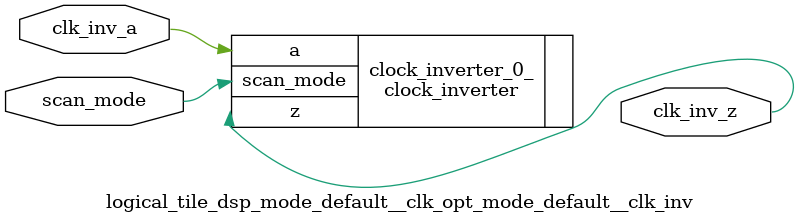
<source format=v>
`timescale 1ns / 1ps

`default_nettype wire

// ----- Verilog module for logical_tile_dsp_mode_default__clk_opt_mode_default__clk_inv -----
module logical_tile_dsp_mode_default__clk_opt_mode_default__clk_inv(scan_mode,
                                                                    clk_inv_z,
                                                                    clk_inv_a);
//----- GLOBAL PORTS -----
input [0:0] scan_mode;
//----- OUTPUT PORTS -----
output [0:0] clk_inv_z;
//----- CLOCK PORTS -----
input [0:0] clk_inv_a;

//----- BEGIN Registered ports -----
//----- END Registered ports -----



// ----- BEGIN Local short connections -----
// ----- END Local short connections -----
// ----- BEGIN Local output short connections -----
// ----- END Local output short connections -----

	clock_inverter clock_inverter_0_ (
		.scan_mode(scan_mode),
		.a(clk_inv_a),
		.z(clk_inv_z));

endmodule
// ----- END Verilog module for logical_tile_dsp_mode_default__clk_opt_mode_default__clk_inv -----

//----- Default net type -----
`default_nettype none




</source>
